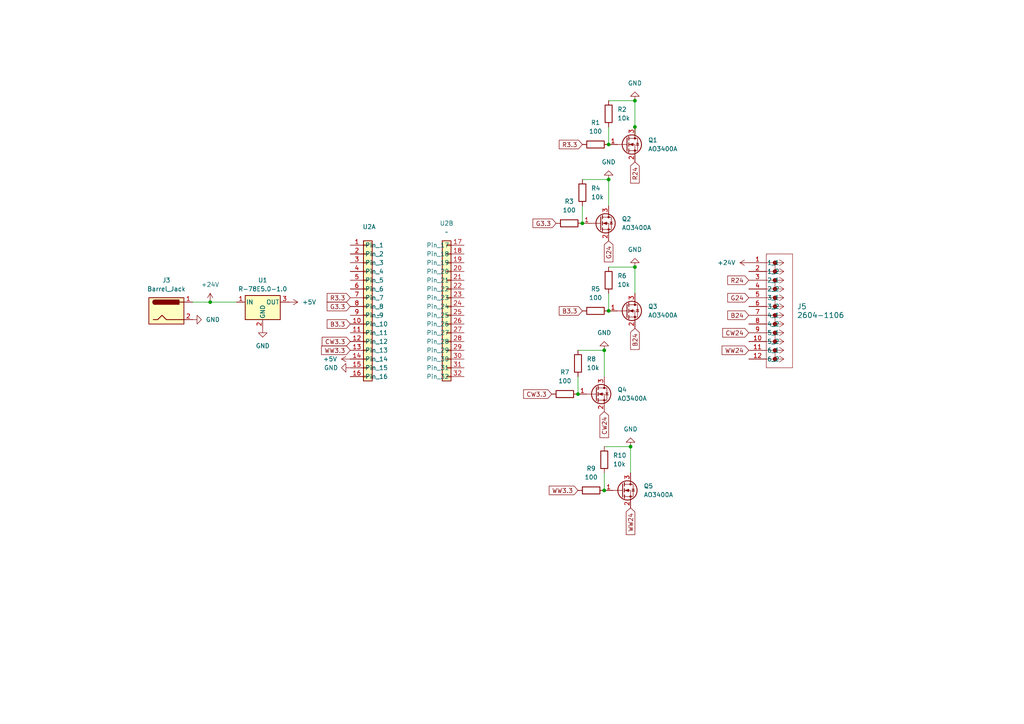
<source format=kicad_sch>
(kicad_sch (version 20250114) (generator "eeschema") (generator_version "9.0")
  (paper "A4")
  (lib_symbols
    (symbol "Connector:Barrel_Jack" (pin_names (offset 1.016))
      (property "Reference" "J" (at 0 5.334 0))
      (property "Value" "Barrel_Jack" (at 0 -5.08 0))
      (symbol "Barrel_Jack_0_1"
        (rectangle (start -5.08 3.81) (end 5.08 -3.81) (stroke (width 0.254)) (fill (type background)))
        (polyline (pts (xy -3.81 -2.54) (xy -2.54 -2.54) (xy -1.27 -1.27) (xy 0 -2.54) (xy 2.54 -2.54) (xy 5.08 -2.54)) (stroke (width 0.254)))
        (arc (start -3.302 1.905) (mid -3.9343 2.54) (end -3.302 3.175) (stroke (width 0.254)))
        (arc (start -3.302 1.905) (mid -3.9343 2.54) (end -3.302 3.175) (stroke (width 0.254)) (fill (type outline)))
        (rectangle (start 3.683 3.175) (end -3.302 1.905) (stroke (width 0.254)) (fill (type outline)))
        (polyline (pts (xy 5.08 2.54) (xy 3.81 2.54)) (stroke (width 0.254)))
      )
      (symbol "Barrel_Jack_1_1"
        (pin passive line (at 7.62 2.54 180) (length 2.54) (name "~") (number "1"))
        (pin passive line (at 7.62 -2.54 180) (length 2.54) (name "~") (number "2"))
      )
    )
    (symbol "Device:R" (pin_numbers (hide yes)) (pin_names (offset 0))
      (property "Reference" "R" (at 2.032 0 90))
      (property "Value" "R" (at 0 0 90))
      (symbol "R_0_1"
        (rectangle (start -1.016 -2.54) (end 1.016 2.54) (stroke (width 0.254)))
      )
      (symbol "R_1_1"
        (pin passive line (at 0 3.81 270) (length 1.27) (name "~") (number "1"))
        (pin passive line (at 0 -3.81 90) (length 1.27) (name "~") (number "2"))
      )
    )
    (symbol "Regulator_Switching:R-78E5.0-1.0" (pin_names (offset 0.254))
      (property "Reference" "U" (at -3.81 3.175 0))
      (property "Value" "R-78E5.0-1.0" (at 0 3.175 0))
      (symbol "R-78E5.0-1.0_0_1"
        (rectangle (start -5.08 1.905) (end 5.08 -5.08) (stroke (width 0.254)) (fill (type background)))
      )
      (symbol "R-78E5.0-1.0_1_1"
        (pin power_in line (at -7.62 0 0) (length 2.54) (name "IN") (number "1"))
        (pin power_in line (at 0 -7.62 90) (length 2.54) (name "GND") (number "2"))
        (pin power_out line (at 7.62 0 180) (length 2.54) (name "OUT") (number "3"))
      )
    )
    (symbol "Symbols:Waveshare_ESP32c6"
      (property "Reference" "U" (at 0 0 0))
      (symbol "Waveshare_ESP32c6_1_1"
        (rectangle (start -8.89 20.32) (end -6.35 -20.32) (stroke (width 0.254)) (fill (type background)))
        (rectangle (start -8.89 19.177) (end -7.62 18.923) (stroke (width 0.1524)))
        (rectangle (start -8.89 16.637) (end -7.62 16.383) (stroke (width 0.1524)))
        (rectangle (start -8.89 14.097) (end -7.62 13.843) (stroke (width 0.1524)))
        (rectangle (start -8.89 11.557) (end -7.62 11.303) (stroke (width 0.1524)))
        (rectangle (start -8.89 9.017) (end -7.62 8.763) (stroke (width 0.1524)))
        (rectangle (start -8.89 6.477) (end -7.62 6.223) (stroke (width 0.1524)))
        (rectangle (start -8.89 3.937) (end -7.62 3.683) (stroke (width 0.1524)))
        (rectangle (start -8.89 1.397) (end -7.62 1.143) (stroke (width 0.1524)))
        (rectangle (start -8.89 -1.143) (end -7.62 -1.397) (stroke (width 0.1524)))
        (rectangle (start -8.89 -3.683) (end -7.62 -3.937) (stroke (width 0.1524)))
        (rectangle (start -8.89 -6.223) (end -7.62 -6.477) (stroke (width 0.1524)))
        (rectangle (start -8.89 -8.763) (end -7.62 -9.017) (stroke (width 0.1524)))
        (rectangle (start -8.89 -11.303) (end -7.62 -11.557) (stroke (width 0.1524)))
        (rectangle (start -8.89 -13.843) (end -7.62 -14.097) (stroke (width 0.1524)))
        (rectangle (start -8.89 -16.383) (end -7.62 -16.637) (stroke (width 0.1524)))
        (rectangle (start -8.89 -18.923) (end -7.62 -19.177) (stroke (width 0.1524)))
        (pin passive line (at -12.7 19.05 0) (length 3.81) (name "Pin_1") (number "1"))
        (pin passive line (at -12.7 16.51 0) (length 3.81) (name "Pin_2") (number "2"))
        (pin passive line (at -12.7 13.97 0) (length 3.81) (name "Pin_3") (number "3"))
        (pin passive line (at -12.7 11.43 0) (length 3.81) (name "Pin_4") (number "4"))
        (pin passive line (at -12.7 8.89 0) (length 3.81) (name "Pin_5") (number "5"))
        (pin passive line (at -12.7 6.35 0) (length 3.81) (name "Pin_6") (number "6"))
        (pin passive line (at -12.7 3.81 0) (length 3.81) (name "Pin_7") (number "7"))
        (pin passive line (at -12.7 1.27 0) (length 3.81) (name "Pin_8") (number "8"))
        (pin passive line (at -12.7 -1.27 0) (length 3.81) (name "Pin_9") (number "9"))
        (pin passive line (at -12.7 -3.81 0) (length 3.81) (name "Pin_10") (number "10"))
        (pin passive line (at -12.7 -6.35 0) (length 3.81) (name "Pin_11") (number "11"))
        (pin passive line (at -12.7 -8.89 0) (length 3.81) (name "Pin_12") (number "12"))
        (pin passive line (at -12.7 -11.43 0) (length 3.81) (name "Pin_13") (number "13"))
        (pin passive line (at -12.7 -13.97 0) (length 3.81) (name "Pin_14") (number "14"))
        (pin passive line (at -12.7 -16.51 0) (length 3.81) (name "Pin_15") (number "15"))
        (pin passive line (at -12.7 -19.05 0) (length 3.81) (name "Pin_16") (number "16"))
      )
      (symbol "Waveshare_ESP32c6_2_1"
        (rectangle (start 10.16 20.32) (end 7.62 -20.32) (stroke (width 0.254)) (fill (type background)))
        (rectangle (start 10.16 19.177) (end 8.89 18.923) (stroke (width 0.1524)))
        (rectangle (start 10.16 16.637) (end 8.89 16.383) (stroke (width 0.1524)))
        (rectangle (start 10.16 14.097) (end 8.89 13.843) (stroke (width 0.1524)))
        (rectangle (start 10.16 11.557) (end 8.89 11.303) (stroke (width 0.1524)))
        (rectangle (start 10.16 9.017) (end 8.89 8.763) (stroke (width 0.1524)))
        (rectangle (start 10.16 6.477) (end 8.89 6.223) (stroke (width 0.1524)))
        (rectangle (start 10.16 3.937) (end 8.89 3.683) (stroke (width 0.1524)))
        (rectangle (start 10.16 1.397) (end 8.89 1.143) (stroke (width 0.1524)))
        (rectangle (start 10.16 -1.143) (end 8.89 -1.397) (stroke (width 0.1524)))
        (rectangle (start 10.16 -3.683) (end 8.89 -3.937) (stroke (width 0.1524)))
        (rectangle (start 10.16 -6.223) (end 8.89 -6.477) (stroke (width 0.1524)))
        (rectangle (start 10.16 -8.763) (end 8.89 -9.017) (stroke (width 0.1524)))
        (rectangle (start 10.16 -11.303) (end 8.89 -11.557) (stroke (width 0.1524)))
        (rectangle (start 10.16 -13.843) (end 8.89 -14.097) (stroke (width 0.1524)))
        (rectangle (start 10.16 -16.383) (end 8.89 -16.637) (stroke (width 0.1524)))
        (rectangle (start 10.16 -18.923) (end 8.89 -19.177) (stroke (width 0.1524)))
        (pin passive line (at 13.97 19.05 180) (length 3.81) (name "Pin_17") (number "17"))
        (pin passive line (at 13.97 16.51 180) (length 3.81) (name "Pin_18") (number "18"))
        (pin passive line (at 13.97 13.97 180) (length 3.81) (name "Pin_19") (number "19"))
        (pin passive line (at 13.97 11.43 180) (length 3.81) (name "Pin_20") (number "20"))
        (pin passive line (at 13.97 8.89 180) (length 3.81) (name "Pin_21") (number "21"))
        (pin passive line (at 13.97 6.35 180) (length 3.81) (name "Pin_22") (number "22"))
        (pin passive line (at 13.97 3.81 180) (length 3.81) (name "Pin_23") (number "23"))
        (pin passive line (at 13.97 1.27 180) (length 3.81) (name "Pin_24") (number "24"))
        (pin passive line (at 13.97 -1.27 180) (length 3.81) (name "Pin_25") (number "25"))
        (pin passive line (at 13.97 -3.81 180) (length 3.81) (name "Pin_26") (number "26"))
        (pin passive line (at 13.97 -6.35 180) (length 3.81) (name "Pin_27") (number "27"))
        (pin passive line (at 13.97 -8.89 180) (length 3.81) (name "Pin_28") (number "28"))
        (pin passive line (at 13.97 -11.43 180) (length 3.81) (name "Pin_29") (number "29"))
        (pin passive line (at 13.97 -13.97 180) (length 3.81) (name "Pin_30") (number "30"))
        (pin passive line (at 13.97 -16.51 180) (length 3.81) (name "Pin_31") (number "31"))
        (pin passive line (at 13.97 -19.05 180) (length 3.81) (name "Pin_32") (number "32"))
      )
    )
    (symbol "Transistor_FET:AO3400A" (pin_names (offset 0) (hide yes))
      (property "Reference" "Q" (at 5.08 1.905 0))
      (property "Value" "AO3400A" (at 5.08 0 0))
      (symbol "AO3400A_0_1"
        (polyline (pts (xy 0.254 1.905) (xy 0.254 -1.905)) (stroke (width 0.254)))
        (polyline (pts (xy 0.254 0) (xy -2.54 0)))
        (polyline (pts (xy 0.762 2.286) (xy 0.762 1.27)) (stroke (width 0.254)))
        (polyline (pts (xy 0.762 0.508) (xy 0.762 -0.508)) (stroke (width 0.254)))
        (polyline (pts (xy 0.762 -1.27) (xy 0.762 -2.286)) (stroke (width 0.254)))
        (polyline (pts (xy 0.762 -1.778) (xy 3.302 -1.778) (xy 3.302 1.778) (xy 0.762 1.778)))
        (polyline (pts (xy 1.016 0) (xy 2.032 0.381) (xy 2.032 -0.381) (xy 1.016 0)) (fill (type outline)))
        (circle (center 1.651 0) (radius 2.794) (stroke (width 0.254)))
        (polyline (pts (xy 2.54 2.54) (xy 2.54 1.778)))
        (circle (center 2.54 1.778) (radius 0.254) (fill (type outline)))
        (circle (center 2.54 -1.778) (radius 0.254) (fill (type outline)))
        (polyline (pts (xy 2.54 -2.54) (xy 2.54 0) (xy 0.762 0)))
        (polyline (pts (xy 2.921 0.381) (xy 3.683 0.381)))
        (polyline (pts (xy 3.302 0.381) (xy 2.921 -0.254) (xy 3.683 -0.254) (xy 3.302 0.381)))
      )
      (symbol "AO3400A_1_1"
        (pin input line (at -5.08 0 0) (length 2.54) (name "G") (number "1"))
        (pin passive line (at 2.54 5.08 270) (length 2.54) (name "D") (number "3"))
        (pin passive line (at 2.54 -5.08 90) (length 2.54) (name "S") (number "2"))
      )
    )
    (symbol "Wago:2604-1106" (pin_names (offset 0.254))
      (property "Reference" "J" (at 8.89 6.35 0))
      (property "Value" "2604-1106" (at 0 0 0))
      (symbol "2604-1106_1_1"
        (polyline (pts (xy 5.08 2.54) (xy 5.08 -30.48)) (stroke (width 0.127)))
        (polyline (pts (xy 5.08 -30.48) (xy 12.7 -30.48)) (stroke (width 0.127)))
        (polyline (pts (xy 7.62 0) (xy 7.62 -2.54)) (stroke (width 0.127)))
        (circle (center 7.62 0) (radius 0.127) (stroke (width 0.508)))
        (circle (center 7.62 -2.54) (radius 0.127) (stroke (width 0.508)))
        (polyline (pts (xy 7.62 -5.08) (xy 7.62 -7.62)) (stroke (width 0.127)))
        (circle (center 7.62 -5.08) (radius 0.127) (stroke (width 0.508)))
        (circle (center 7.62 -7.62) (radius 0.127) (stroke (width 0.508)))
        (polyline (pts (xy 7.62 -10.16) (xy 7.62 -12.7)) (stroke (width 0.127)))
        (circle (center 7.62 -10.16) (radius 0.127) (stroke (width 0.508)))
        (circle (center 7.62 -12.7) (radius 0.127) (stroke (width 0.508)))
        (polyline (pts (xy 7.62 -15.24) (xy 7.62 -17.78)) (stroke (width 0.127)))
        (circle (center 7.62 -15.24) (radius 0.127) (stroke (width 0.508)))
        (circle (center 7.62 -17.78) (radius 0.127) (stroke (width 0.508)))
        (polyline (pts (xy 7.62 -20.32) (xy 7.62 -22.86)) (stroke (width 0.127)))
        (circle (center 7.62 -20.32) (radius 0.127) (stroke (width 0.508)))
        (circle (center 7.62 -22.86) (radius 0.127) (stroke (width 0.508)))
        (polyline (pts (xy 7.62 -25.4) (xy 7.62 -27.94)) (stroke (width 0.127)))
        (circle (center 7.62 -25.4) (radius 0.127) (stroke (width 0.508)))
        (circle (center 7.62 -27.94) (radius 0.127) (stroke (width 0.508)))
        (polyline (pts (xy 10.16 0) (xy 5.08 0)) (stroke (width 0.127)))
        (polyline (pts (xy 10.16 0) (xy 8.89 0.8467)) (stroke (width 0.127)))
        (polyline (pts (xy 10.16 0) (xy 8.89 -0.8467)) (stroke (width 0.127)))
        (polyline (pts (xy 10.16 -2.54) (xy 5.08 -2.54)) (stroke (width 0.127)))
        (polyline (pts (xy 10.16 -2.54) (xy 8.89 -1.6933)) (stroke (width 0.127)))
        (polyline (pts (xy 10.16 -2.54) (xy 8.89 -3.3867)) (stroke (width 0.127)))
        (polyline (pts (xy 10.16 -5.08) (xy 5.08 -5.08)) (stroke (width 0.127)))
        (polyline (pts (xy 10.16 -5.08) (xy 8.89 -4.2333)) (stroke (width 0.127)))
        (polyline (pts (xy 10.16 -5.08) (xy 8.89 -5.9267)) (stroke (width 0.127)))
        (polyline (pts (xy 10.16 -7.62) (xy 5.08 -7.62)) (stroke (width 0.127)))
        (polyline (pts (xy 10.16 -7.62) (xy 8.89 -6.7733)) (stroke (width 0.127)))
        (polyline (pts (xy 10.16 -7.62) (xy 8.89 -8.4667)) (stroke (width 0.127)))
        (polyline (pts (xy 10.16 -10.16) (xy 5.08 -10.16)) (stroke (width 0.127)))
        (polyline (pts (xy 10.16 -10.16) (xy 8.89 -9.3133)) (stroke (width 0.127)))
        (polyline (pts (xy 10.16 -10.16) (xy 8.89 -11.0067)) (stroke (width 0.127)))
        (polyline (pts (xy 10.16 -12.7) (xy 5.08 -12.7)) (stroke (width 0.127)))
        (polyline (pts (xy 10.16 -12.7) (xy 8.89 -11.8533)) (stroke (width 0.127)))
        (polyline (pts (xy 10.16 -12.7) (xy 8.89 -13.5467)) (stroke (width 0.127)))
        (polyline (pts (xy 10.16 -15.24) (xy 5.08 -15.24)) (stroke (width 0.127)))
        (polyline (pts (xy 10.16 -15.24) (xy 8.89 -14.3933)) (stroke (width 0.127)))
        (polyline (pts (xy 10.16 -15.24) (xy 8.89 -16.0867)) (stroke (width 0.127)))
        (polyline (pts (xy 10.16 -17.78) (xy 5.08 -17.78)) (stroke (width 0.127)))
        (polyline (pts (xy 10.16 -17.78) (xy 8.89 -16.9333)) (stroke (width 0.127)))
        (polyline (pts (xy 10.16 -17.78) (xy 8.89 -18.6267)) (stroke (width 0.127)))
        (polyline (pts (xy 10.16 -20.32) (xy 5.08 -20.32)) (stroke (width 0.127)))
        (polyline (pts (xy 10.16 -20.32) (xy 8.89 -19.4733)) (stroke (width 0.127)))
        (polyline (pts (xy 10.16 -20.32) (xy 8.89 -21.1667)) (stroke (width 0.127)))
        (polyline (pts (xy 10.16 -22.86) (xy 5.08 -22.86)) (stroke (width 0.127)))
        (polyline (pts (xy 10.16 -22.86) (xy 8.89 -22.0133)) (stroke (width 0.127)))
        (polyline (pts (xy 10.16 -22.86) (xy 8.89 -23.7067)) (stroke (width 0.127)))
        (polyline (pts (xy 10.16 -25.4) (xy 5.08 -25.4)) (stroke (width 0.127)))
        (polyline (pts (xy 10.16 -25.4) (xy 8.89 -24.5533)) (stroke (width 0.127)))
        (polyline (pts (xy 10.16 -25.4) (xy 8.89 -26.2467)) (stroke (width 0.127)))
        (polyline (pts (xy 10.16 -27.94) (xy 5.08 -27.94)) (stroke (width 0.127)))
        (polyline (pts (xy 10.16 -27.94) (xy 8.89 -27.0933)) (stroke (width 0.127)))
        (polyline (pts (xy 10.16 -27.94) (xy 8.89 -28.7867)) (stroke (width 0.127)))
        (polyline (pts (xy 12.7 2.54) (xy 5.08 2.54)) (stroke (width 0.127)))
        (polyline (pts (xy 12.7 -30.48) (xy 12.7 2.54)) (stroke (width 0.127)))
        (pin unspecified line (at 0 0 0) (length 5.08) (name "1_1") (number "1"))
        (pin unspecified line (at 0 -2.54 0) (length 5.08) (name "1_2") (number "2"))
        (pin unspecified line (at 0 -5.08 0) (length 5.08) (name "2_1") (number "3"))
        (pin unspecified line (at 0 -7.62 0) (length 5.08) (name "2_2") (number "4"))
        (pin unspecified line (at 0 -10.16 0) (length 5.08) (name "3_1") (number "5"))
        (pin unspecified line (at 0 -12.7 0) (length 5.08) (name "3_2") (number "6"))
        (pin unspecified line (at 0 -15.24 0) (length 5.08) (name "4_1") (number "7"))
        (pin unspecified line (at 0 -17.78 0) (length 5.08) (name "4_2") (number "8"))
        (pin unspecified line (at 0 -20.32 0) (length 5.08) (name "5_1") (number "9"))
        (pin unspecified line (at 0 -22.86 0) (length 5.08) (name "5_2") (number "10"))
        (pin unspecified line (at 0 -25.4 0) (length 5.08) (name "6_1") (number "11"))
        (pin unspecified line (at 0 -27.94 0) (length 5.08) (name "6_2") (number "12"))
      )
      (symbol "2604-1106_1_2"
        (polyline (pts (xy 5.08 2.54) (xy 5.08 -30.48)) (stroke (width 0.127)))
        (polyline (pts (xy 5.08 -30.48) (xy 12.7 -30.48)) (stroke (width 0.127)))
        (polyline (pts (xy 7.62 0) (xy 7.62 -2.54)) (stroke (width 0.127)))
        (circle (center 7.62 0) (radius 0.127) (stroke (width 0.508)))
        (circle (center 7.62 -2.54) (radius 0.127) (stroke (width 0.508)))
        (polyline (pts (xy 7.62 -5.08) (xy 7.62 -7.62)) (stroke (width 0.127)))
        (circle (center 7.62 -5.08) (radius 0.127) (stroke (width 0.508)))
        (circle (center 7.62 -7.62) (radius 0.127) (stroke (width 0.508)))
        (polyline (pts (xy 7.62 -10.16) (xy 7.62 -12.7)) (stroke (width 0.127)))
        (circle (center 7.62 -10.16) (radius 0.127) (stroke (width 0.508)))
        (circle (center 7.62 -12.7) (radius 0.127) (stroke (width 0.508)))
        (polyline (pts (xy 7.62 -15.24) (xy 7.62 -17.78)) (stroke (width 0.127)))
        (circle (center 7.62 -15.24) (radius 0.127) (stroke (width 0.508)))
        (circle (center 7.62 -17.78) (radius 0.127) (stroke (width 0.508)))
        (polyline (pts (xy 7.62 -20.32) (xy 7.62 -22.86)) (stroke (width 0.127)))
        (circle (center 7.62 -20.32) (radius 0.127) (stroke (width 0.508)))
        (circle (center 7.62 -22.86) (radius 0.127) (stroke (width 0.508)))
        (polyline (pts (xy 7.62 -25.4) (xy 7.62 -27.94)) (stroke (width 0.127)))
        (circle (center 7.62 -25.4) (radius 0.127) (stroke (width 0.508)))
        (circle (center 7.62 -27.94) (radius 0.127) (stroke (width 0.508)))
        (polyline (pts (xy 10.16 0) (xy 5.08 0)) (stroke (width 0.127)))
        (polyline (pts (xy 10.16 0) (xy 8.89 0.8467)) (stroke (width 0.127)))
        (polyline (pts (xy 10.16 0) (xy 8.89 -0.8467)) (stroke (width 0.127)))
        (polyline (pts (xy 10.16 -2.54) (xy 5.08 -2.54)) (stroke (width 0.127)))
        (polyline (pts (xy 10.16 -2.54) (xy 8.89 -1.6933)) (stroke (width 0.127)))
        (polyline (pts (xy 10.16 -2.54) (xy 8.89 -3.3867)) (stroke (width 0.127)))
        (polyline (pts (xy 10.16 -5.08) (xy 5.08 -5.08)) (stroke (width 0.127)))
        (polyline (pts (xy 10.16 -5.08) (xy 8.89 -4.2333)) (stroke (width 0.127)))
        (polyline (pts (xy 10.16 -5.08) (xy 8.89 -5.9267)) (stroke (width 0.127)))
        (polyline (pts (xy 10.16 -7.62) (xy 5.08 -7.62)) (stroke (width 0.127)))
        (polyline (pts (xy 10.16 -7.62) (xy 8.89 -6.7733)) (stroke (width 0.127)))
        (polyline (pts (xy 10.16 -7.62) (xy 8.89 -8.4667)) (stroke (width 0.127)))
        (polyline (pts (xy 10.16 -10.16) (xy 5.08 -10.16)) (stroke (width 0.127)))
        (polyline (pts (xy 10.16 -10.16) (xy 8.89 -9.3133)) (stroke (width 0.127)))
        (polyline (pts (xy 10.16 -10.16) (xy 8.89 -11.0067)) (stroke (width 0.127)))
        (polyline (pts (xy 10.16 -12.7) (xy 5.08 -12.7)) (stroke (width 0.127)))
        (polyline (pts (xy 10.16 -12.7) (xy 8.89 -11.8533)) (stroke (width 0.127)))
        (polyline (pts (xy 10.16 -12.7) (xy 8.89 -13.5467)) (stroke (width 0.127)))
        (polyline (pts (xy 10.16 -15.24) (xy 5.08 -15.24)) (stroke (width 0.127)))
        (polyline (pts (xy 10.16 -15.24) (xy 8.89 -14.3933)) (stroke (width 0.127)))
        (polyline (pts (xy 10.16 -15.24) (xy 8.89 -16.0867)) (stroke (width 0.127)))
        (polyline (pts (xy 10.16 -17.78) (xy 5.08 -17.78)) (stroke (width 0.127)))
        (polyline (pts (xy 10.16 -17.78) (xy 8.89 -16.9333)) (stroke (width 0.127)))
        (polyline (pts (xy 10.16 -17.78) (xy 8.89 -18.6267)) (stroke (width 0.127)))
        (polyline (pts (xy 10.16 -20.32) (xy 5.08 -20.32)) (stroke (width 0.127)))
        (polyline (pts (xy 10.16 -20.32) (xy 8.89 -19.4733)) (stroke (width 0.127)))
        (polyline (pts (xy 10.16 -20.32) (xy 8.89 -21.1667)) (stroke (width 0.127)))
        (polyline (pts (xy 10.16 -22.86) (xy 5.08 -22.86)) (stroke (width 0.127)))
        (polyline (pts (xy 10.16 -22.86) (xy 8.89 -22.0133)) (stroke (width 0.127)))
        (polyline (pts (xy 10.16 -22.86) (xy 8.89 -23.7067)) (stroke (width 0.127)))
        (polyline (pts (xy 10.16 -25.4) (xy 5.08 -25.4)) (stroke (width 0.127)))
        (polyline (pts (xy 10.16 -25.4) (xy 8.89 -24.5533)) (stroke (width 0.127)))
        (polyline (pts (xy 10.16 -25.4) (xy 8.89 -26.2467)) (stroke (width 0.127)))
        (polyline (pts (xy 10.16 -27.94) (xy 5.08 -27.94)) (stroke (width 0.127)))
        (polyline (pts (xy 10.16 -27.94) (xy 8.89 -27.0933)) (stroke (width 0.127)))
        (polyline (pts (xy 10.16 -27.94) (xy 8.89 -28.7867)) (stroke (width 0.127)))
        (polyline (pts (xy 12.7 2.54) (xy 5.08 2.54)) (stroke (width 0.127)))
        (polyline (pts (xy 12.7 -30.48) (xy 12.7 2.54)) (stroke (width 0.127)))
        (pin unspecified line (at 0 0 0) (length 5.08) (name "1_1") (number "1"))
        (pin unspecified line (at 0 -2.54 0) (length 5.08) (name "1_2") (number "2"))
        (pin unspecified line (at 0 -5.08 0) (length 5.08) (name "2_1") (number "3"))
        (pin unspecified line (at 0 -7.62 0) (length 5.08) (name "2_2") (number "4"))
        (pin unspecified line (at 0 -10.16 0) (length 5.08) (name "3_1") (number "5"))
        (pin unspecified line (at 0 -12.7 0) (length 5.08) (name "3_2") (number "6"))
        (pin unspecified line (at 0 -15.24 0) (length 5.08) (name "4_1") (number "7"))
        (pin unspecified line (at 0 -17.78 0) (length 5.08) (name "4_2") (number "8"))
        (pin unspecified line (at 0 -20.32 0) (length 5.08) (name "5_1") (number "9"))
        (pin unspecified line (at 0 -22.86 0) (length 5.08) (name "5_2") (number "10"))
        (pin unspecified line (at 0 -25.4 0) (length 5.08) (name "6_1") (number "11"))
        (pin unspecified line (at 0 -27.94 0) (length 5.08) (name "6_2") (number "12"))
      )
    )
    (symbol "power:+24V" (power) (pin_numbers (hide yes)) (pin_names (offset 0) (hide yes))
      (property "Value" "+24V" (at 0 3.556 0))
      (symbol "+24V_0_1"
        (polyline (pts (xy -0.762 1.27) (xy 0 2.54)))
        (polyline (pts (xy 0 2.54) (xy 0.762 1.27)))
        (polyline (pts (xy 0 0) (xy 0 2.54)))
      )
      (symbol "+24V_1_1"
        (pin power_in line (at 0 0 90) (length 0) (name "~") (number "1"))
      )
    )
    (symbol "power:+3.3V" (power) (pin_numbers (hide yes)) (pin_names (offset 0) (hide yes))
      (property "Value" "+3.3V" (at 0 3.556 0))
      (symbol "+3.3V_0_1"
        (polyline (pts (xy -0.762 1.27) (xy 0 2.54)))
        (polyline (pts (xy 0 2.54) (xy 0.762 1.27)))
        (polyline (pts (xy 0 0) (xy 0 2.54)))
      )
      (symbol "+3.3V_1_1"
        (pin power_in line (at 0 0 90) (length 0) (name "~") (number "1"))
      )
    )
    (symbol "power:GND" (power) (pin_numbers (hide yes)) (pin_names (offset 0) (hide yes))
      (property "Value" "GND" (at 0 -3.81 0))
      (symbol "GND_0_1"
        (polyline (pts (xy 0 0) (xy 0 -1.27) (xy 1.27 -1.27) (xy 0 -2.54) (xy -1.27 -1.27) (xy 0 -1.27)))
      )
      (symbol "GND_1_1"
        (pin power_in line (at 0 0 270) (length 0) (name "~") (number "1"))
      )
    )
  )
  (junction (at 175.26 142.24))
  (junction (at 176.53 90.17))
  (junction (at 175.26 101.6))
  (junction (at 184.15 29.21))
  (junction (at 184.15 77.47))
  (junction (at 167.64 114.3))
  (junction (at 182.88 129.54))
  (junction (at 176.53 41.91))
  (junction (at 184.15 36.83))
  (junction (at 168.91 64.77))
  (junction (at 176.53 52.07))
  (junction (at 60.96 87.63))
  (wire (pts (xy 176.53 36.83) (xy 176.53 41.91)))
  (wire (pts (xy 68.58 87.63) (xy 60.96 87.63)))
  (wire (pts (xy 176.53 77.47) (xy 184.15 77.47)))
  (wire (pts (xy 184.15 36.83) (xy 184.15 29.21)))
  (wire (pts (xy 168.91 59.69) (xy 168.91 64.77)))
  (wire (pts (xy 175.26 101.6) (xy 175.26 109.22)))
  (wire (pts (xy 184.15 77.47) (xy 184.15 85.09)))
  (wire (pts (xy 175.26 129.54) (xy 182.88 129.54)))
  (wire (pts (xy 176.53 85.09) (xy 176.53 90.17)))
  (wire (pts (xy 168.91 52.07) (xy 176.53 52.07)))
  (wire (pts (xy 60.96 87.63) (xy 55.88 87.63)))
  (wire (pts (xy 167.64 101.6) (xy 175.26 101.6)))
  (wire (pts (xy 167.64 109.22) (xy 167.64 114.3)))
  (wire (pts (xy 182.88 129.54) (xy 182.88 137.16)))
  (wire (pts (xy 176.53 29.21) (xy 184.15 29.21)))
  (wire (pts (xy 176.53 52.07) (xy 176.53 59.69)))
  (wire (pts (xy 184.15 36.83) (xy 184.15 39.37)))
  (wire (pts (xy 175.26 137.16) (xy 175.26 142.24)))
  (global_label "R24" (shape input) (at 184.15 46.99 270) (property "Intersheetrefs" "${INTERSHEET_REFS}" (effects (hide yes))))
  (global_label "R3.3" (shape input) (at 101.6 86.36 180) (property "Intersheetrefs" "${INTERSHEET_REFS}" (effects (hide yes))))
  (global_label "G3.3" (shape input) (at 161.29 64.77 180) (property "Intersheetrefs" "${INTERSHEET_REFS}" (effects (hide yes))))
  (global_label "WW3.3" (shape input) (at 167.64 142.24 180) (property "Intersheetrefs" "${INTERSHEET_REFS}" (effects (hide yes))))
  (global_label "WW24" (shape input) (at 182.88 147.32 270) (property "Intersheetrefs" "${INTERSHEET_REFS}" (effects (hide yes))))
  (global_label "WW24" (shape input) (at 217.17 101.6 180) (property "Intersheetrefs" "${INTERSHEET_REFS}" (effects (hide yes))))
  (global_label "CW3.3" (shape input) (at 160.02 114.3 180) (property "Intersheetrefs" "${INTERSHEET_REFS}" (effects (hide yes))))
  (global_label "B3.3" (shape input) (at 101.6 93.98 180) (property "Intersheetrefs" "${INTERSHEET_REFS}" (effects (hide yes))))
  (global_label "R24" (shape input) (at 217.17 81.28 180) (property "Intersheetrefs" "${INTERSHEET_REFS}" (effects (hide yes))))
  (global_label "B3.3" (shape input) (at 168.91 90.17 180) (property "Intersheetrefs" "${INTERSHEET_REFS}" (effects (hide yes))))
  (global_label "WW3.3" (shape input) (at 101.6 101.6 180) (property "Intersheetrefs" "${INTERSHEET_REFS}" (effects (hide yes))))
  (global_label "G3.3" (shape input) (at 101.6 88.9 180) (property "Intersheetrefs" "${INTERSHEET_REFS}" (effects (hide yes))))
  (global_label "B24" (shape input) (at 184.15 95.25 270) (property "Intersheetrefs" "${INTERSHEET_REFS}" (effects (hide yes))))
  (global_label "R3.3" (shape input) (at 168.91 41.91 180) (property "Intersheetrefs" "${INTERSHEET_REFS}" (effects (hide yes))))
  (global_label "CW3.3" (shape input) (at 101.6 99.06 180) (property "Intersheetrefs" "${INTERSHEET_REFS}" (effects (hide yes))))
  (global_label "G24" (shape input) (at 217.17 86.36 180) (property "Intersheetrefs" "${INTERSHEET_REFS}" (effects (hide yes))))
  (global_label "CW24" (shape input) (at 175.26 119.38 270) (property "Intersheetrefs" "${INTERSHEET_REFS}" (effects (hide yes))))
  (global_label "CW24" (shape input) (at 217.17 96.52 180) (property "Intersheetrefs" "${INTERSHEET_REFS}" (effects (hide yes))))
  (global_label "B24" (shape input) (at 217.17 91.44 180) (property "Intersheetrefs" "${INTERSHEET_REFS}" (effects (hide yes))))
  (global_label "G24" (shape input) (at 176.53 69.85 270) (property "Intersheetrefs" "${INTERSHEET_REFS}" (effects (hide yes))))
  (symbol (lib_id "Device:R") (at 168.91 55.88 180) (unit 1)
    (property "Reference" "R4" (at 171.45 54.6099 0) (effects (justify right)))
    (property "Value" "10k" (at 171.45 57.1499 0) (effects (justify right)))
    (property "Footprint" "Resistor_SMD:R_0201_0603Metric" (effects (hide yes)))
    (property "Description" "Resistor" (effects (hide yes)))
  )
  (symbol (lib_id "Transistor_FET:AO3400A") (at 173.99 64.77 0) (unit 1)
    (property "Reference" "Q2" (at 180.34 63.4999 0) (effects (justify left)))
    (property "Value" "AO3400A" (at 180.34 66.0399 0) (effects (justify left)))
    (property "Footprint" "Package_TO_SOT_SMD:SOT-23" (effects (hide yes)))
    (property "Datasheet" "http://www.aosmd.com/pdfs/datasheet/AO3400A.pdf" (effects (hide yes)))
    (property "Description" "30V Vds, 5.7A Id, N-Channel MOSFET, SOT-23" (effects (hide yes)))
  )
  (symbol (lib_id "Transistor_FET:AO3400A") (at 181.61 90.17 0) (unit 1)
    (property "Reference" "Q3" (at 187.96 88.8999 0) (effects (justify left)))
    (property "Value" "AO3400A" (at 187.96 91.4399 0) (effects (justify left)))
    (property "Footprint" "Package_TO_SOT_SMD:SOT-23" (effects (hide yes)))
    (property "Datasheet" "http://www.aosmd.com/pdfs/datasheet/AO3400A.pdf" (effects (hide yes)))
    (property "Description" "30V Vds, 5.7A Id, N-Channel MOSFET, SOT-23" (effects (hide yes)))
  )
  (symbol (lib_id "Transistor_FET:AO3400A") (at 180.34 142.24 0) (unit 1)
    (property "Reference" "Q5" (at 186.69 140.9699 0) (effects (justify left)))
    (property "Value" "AO3400A" (at 186.69 143.5099 0) (effects (justify left)))
    (property "Footprint" "Package_TO_SOT_SMD:SOT-23" (effects (hide yes)))
    (property "Datasheet" "http://www.aosmd.com/pdfs/datasheet/AO3400A.pdf" (effects (hide yes)))
    (property "Description" "30V Vds, 5.7A Id, N-Channel MOSFET, SOT-23" (effects (hide yes)))
  )
  (symbol (lib_id "power:GND") (at 184.15 29.21 180) (unit 1)
    (property "Reference" "#PWR05" (effects (hide yes)))
    (property "Value" "GND" (at 184.15 24.13 0))
    (property "Description" "Power symbol creates a global label with name \"GND\" , ground" (effects (hide yes)))
  )
  (symbol (lib_id "Wago:2604-1106") (at 217.17 76.2 0) (unit 1)
    (property "Reference" "J5" (at 231.14 88.8999 0) (effects (font (size 1.524 1.524)) (justify left)))
    (property "Value" "2604-1106" (at 231.14 91.4399 0) (effects (font (size 1.524 1.524)) (justify left)))
    (property "Footprint" "Wago:CONN6_2604-1106_WAG" (effects (hide yes)))
    (property "Datasheet" "2604-1106" (effects (hide yes)))
  )
  (symbol (lib_id "Transistor_FET:AO3400A") (at 181.61 41.91 0) (unit 1)
    (property "Reference" "Q1" (at 187.96 40.6399 0) (effects (justify left)))
    (property "Value" "AO3400A" (at 187.96 43.1799 0) (effects (justify left)))
    (property "Footprint" "Package_TO_SOT_SMD:SOT-23" (effects (hide yes)))
    (property "Datasheet" "http://www.aosmd.com/pdfs/datasheet/AO3400A.pdf" (effects (hide yes)))
    (property "Description" "30V Vds, 5.7A Id, N-Channel MOSFET, SOT-23" (effects (hide yes)))
  )
  (symbol (lib_id "Device:R") (at 176.53 81.28 180) (unit 1)
    (property "Reference" "R6" (at 179.07 80.0099 0) (effects (justify right)))
    (property "Value" "10k" (at 179.07 82.5499 0) (effects (justify right)))
    (property "Footprint" "Resistor_SMD:R_0201_0603Metric" (effects (hide yes)))
    (property "Description" "Resistor" (effects (hide yes)))
  )
  (symbol (lib_id "Device:R") (at 163.83 114.3 90) (unit 1)
    (property "Reference" "R7" (at 163.83 107.95 90))
    (property "Value" "100" (at 163.83 110.49 90))
    (property "Footprint" "Resistor_SMD:R_0201_0603Metric" (effects (hide yes)))
    (property "Description" "Resistor" (effects (hide yes)))
  )
  (symbol (lib_id "Device:R") (at 171.45 142.24 90) (unit 1)
    (property "Reference" "R9" (at 171.45 135.89 90))
    (property "Value" "100" (at 171.45 138.43 90))
    (property "Footprint" "Resistor_SMD:R_0201_0603Metric" (effects (hide yes)))
    (property "Description" "Resistor" (effects (hide yes)))
  )
  (symbol (lib_id "power:+24V") (at 60.96 87.63 0) (unit 1)
    (property "Reference" "#PWR04" (effects (hide yes)))
    (property "Value" "+24V" (at 60.96 82.55 0))
    (property "Description" "Power symbol creates a global label with name \"+24V\"" (effects (hide yes)))
  )
  (symbol (lib_id "Device:R") (at 165.1 64.77 90) (unit 1)
    (property "Reference" "R3" (at 165.1 58.42 90))
    (property "Value" "100" (at 165.1 60.96 90))
    (property "Footprint" "Resistor_SMD:R_0201_0603Metric" (effects (hide yes)))
    (property "Description" "Resistor" (effects (hide yes)))
  )
  (symbol (lib_id "Transistor_FET:AO3400A") (at 172.72 114.3 0) (unit 1)
    (property "Reference" "Q4" (at 179.07 113.0299 0) (effects (justify left)))
    (property "Value" "AO3400A" (at 179.07 115.5699 0) (effects (justify left)))
    (property "Footprint" "Package_TO_SOT_SMD:SOT-23" (effects (hide yes)))
    (property "Datasheet" "http://www.aosmd.com/pdfs/datasheet/AO3400A.pdf" (effects (hide yes)))
    (property "Description" "30V Vds, 5.7A Id, N-Channel MOSFET, SOT-23" (effects (hide yes)))
  )
  (symbol (lib_id "power:GND") (at 175.26 101.6 180) (unit 1)
    (property "Reference" "#PWR08" (effects (hide yes)))
    (property "Value" "GND" (at 175.26 96.52 0))
    (property "Description" "Power symbol creates a global label with name \"GND\" , ground" (effects (hide yes)))
  )
  (symbol (lib_id "Device:R") (at 175.26 133.35 180) (unit 1)
    (property "Reference" "R10" (at 177.8 132.0799 0) (effects (justify right)))
    (property "Value" "10k" (at 177.8 134.6199 0) (effects (justify right)))
    (property "Footprint" "Resistor_SMD:R_0201_0603Metric" (effects (hide yes)))
    (property "Description" "Resistor" (effects (hide yes)))
  )
  (symbol (lib_id "Regulator_Switching:R-78E5.0-1.0") (at 76.2 87.63 0) (unit 1)
    (property "Reference" "U1" (at 76.2 81.28 0))
    (property "Value" "R-78E5.0-1.0" (at 76.2 83.82 0))
    (property "Footprint" "Converter_DCDC:Converter_DCDC_RECOM_R-78E-0.5_THT" (effects (hide yes)))
    (property "Datasheet" "https://www.recom-power.com/pdf/Innoline/R-78Exx-1.0.pdf" (effects (hide yes)))
    (property "Description" "1A Step-Down DC/DC-Regulator, 7-28V input, 5V fixed Output Voltage, LM78xx replacement, -40°C to +85°C, SIP3" (effects (hide yes)))
  )
  (symbol (lib_id "Device:R") (at 172.72 90.17 90) (unit 1)
    (property "Reference" "R5" (at 172.72 83.82 90))
    (property "Value" "100" (at 172.72 86.36 90))
    (property "Footprint" "Resistor_SMD:R_0201_0603Metric" (effects (hide yes)))
    (property "Description" "Resistor" (effects (hide yes)))
  )
  (symbol (lib_id "power:+3.3V") (at 83.82 87.63 270) (unit 1)
    (property "Reference" "#PWR01" (effects (hide yes)))
    (property "Value" "+5V" (at 87.63 87.6299 90) (effects (justify left)))
    (property "Description" "Power symbol creates a global label with name \"+3.3V\"" (effects (hide yes)))
  )
  (symbol (lib_id "power:GND") (at 55.88 92.71 90) (unit 1)
    (property "Reference" "#PWR011" (effects (hide yes)))
    (property "Value" "GND" (at 59.69 92.7099 90) (effects (justify right)))
    (property "Description" "Power symbol creates a global label with name \"GND\" , ground" (effects (hide yes)))
  )
  (symbol (lib_id "Symbols:Waveshare_ESP32c6") (at 120.65 90.17 0) (unit 2)
    (property "Reference" "U2" (at 129.54 64.77 0))
    (property "Value" "~" (at 129.54 67.31 0))
    (property "Footprint" "Library:Waveshare ESP32c6" (effects (hide yes)))
  )
  (symbol (lib_id "power:GND") (at 101.6 106.68 270) (unit 1)
    (property "Reference" "#PWR03" (effects (hide yes)))
    (property "Value" "GND" (at 96.012 106.68 90))
    (property "Description" "Power symbol creates a global label with name \"GND\" , ground" (effects (hide yes)))
  )
  (symbol (lib_id "power:GND") (at 182.88 129.54 180) (unit 1)
    (property "Reference" "#PWR09" (effects (hide yes)))
    (property "Value" "GND" (at 182.88 124.46 0))
    (property "Description" "Power symbol creates a global label with name \"GND\" , ground" (effects (hide yes)))
  )
  (symbol (lib_id "Connector:Barrel_Jack") (at 48.26 90.17 0) (unit 1)
    (property "Reference" "J3" (at 48.26 81.28 0))
    (property "Value" "Barrel_Jack" (at 48.26 83.82 0))
    (property "Footprint" "Connector_BarrelJack:BarrelJack_CUI_PJ-063AH_Horizontal" (effects (hide yes)))
    (property "Description" "DC Barrel Jack" (effects (hide yes)))
  )
  (symbol (lib_id "Device:R") (at 176.53 33.02 180) (unit 1)
    (property "Reference" "R2" (at 179.07 31.7499 0) (effects (justify right)))
    (property "Value" "10k" (at 179.07 34.2899 0) (effects (justify right)))
    (property "Footprint" "Resistor_SMD:R_0201_0603Metric" (effects (hide yes)))
    (property "Description" "Resistor" (effects (hide yes)))
  )
  (symbol (lib_id "Device:R") (at 172.72 41.91 90) (unit 1)
    (property "Reference" "R1" (at 172.72 35.56 90))
    (property "Value" "100" (at 172.72 38.1 90))
    (property "Footprint" "Resistor_SMD:R_0201_0603Metric" (effects (hide yes)))
    (property "Description" "Resistor" (effects (hide yes)))
  )
  (symbol (lib_id "power:+24V") (at 217.17 76.2 90) (unit 1)
    (property "Reference" "#PWR012" (effects (hide yes)))
    (property "Value" "+24V" (at 213.36 76.1999 90) (effects (justify left)))
    (property "Description" "Power symbol creates a global label with name \"+24V\"" (effects (hide yes)))
  )
  (symbol (lib_id "Symbols:Waveshare_ESP32c6") (at 114.3 90.17 0) (unit 1)
    (property "Reference" "U2" (at 105.156 65.786 0) (effects (justify left)))
    (property "Value" "~" (at 109.22 91.4399 0) (effects (justify left)))
    (property "Footprint" "Library:Waveshare ESP32c6" (effects (hide yes)))
  )
  (symbol (lib_id "Device:R") (at 167.64 105.41 180) (unit 1)
    (property "Reference" "R8" (at 170.18 104.1399 0) (effects (justify right)))
    (property "Value" "10k" (at 170.18 106.6799 0) (effects (justify right)))
    (property "Footprint" "Resistor_SMD:R_0201_0603Metric" (effects (hide yes)))
    (property "Description" "Resistor" (effects (hide yes)))
  )
  (symbol (lib_id "power:+3.3V") (at 101.6 104.14 90) (unit 1)
    (property "Reference" "#PWR02" (effects (hide yes)))
    (property "Value" "+5V" (at 97.79 104.1399 90) (effects (justify left)))
    (property "Description" "Power symbol creates a global label with name \"+3.3V\"" (effects (hide yes)))
  )
  (symbol (lib_id "power:GND") (at 184.15 77.47 180) (unit 1)
    (property "Reference" "#PWR07" (effects (hide yes)))
    (property "Value" "GND" (at 184.15 72.39 0))
    (property "Description" "Power symbol creates a global label with name \"GND\" , ground" (effects (hide yes)))
  )
  (symbol (lib_id "power:GND") (at 176.53 52.07 180) (unit 1)
    (property "Reference" "#PWR06" (effects (hide yes)))
    (property "Value" "GND" (at 176.53 46.99 0))
    (property "Description" "Power symbol creates a global label with name \"GND\" , ground" (effects (hide yes)))
  )
  (symbol (lib_id "power:GND") (at 76.2 95.25 0) (unit 1)
    (property "Reference" "#PWR010" (effects (hide yes)))
    (property "Value" "GND" (at 76.2 100.33 0))
    (property "Description" "Power symbol creates a global label with name \"GND\" , ground" (effects (hide yes)))
  )
)
</source>
